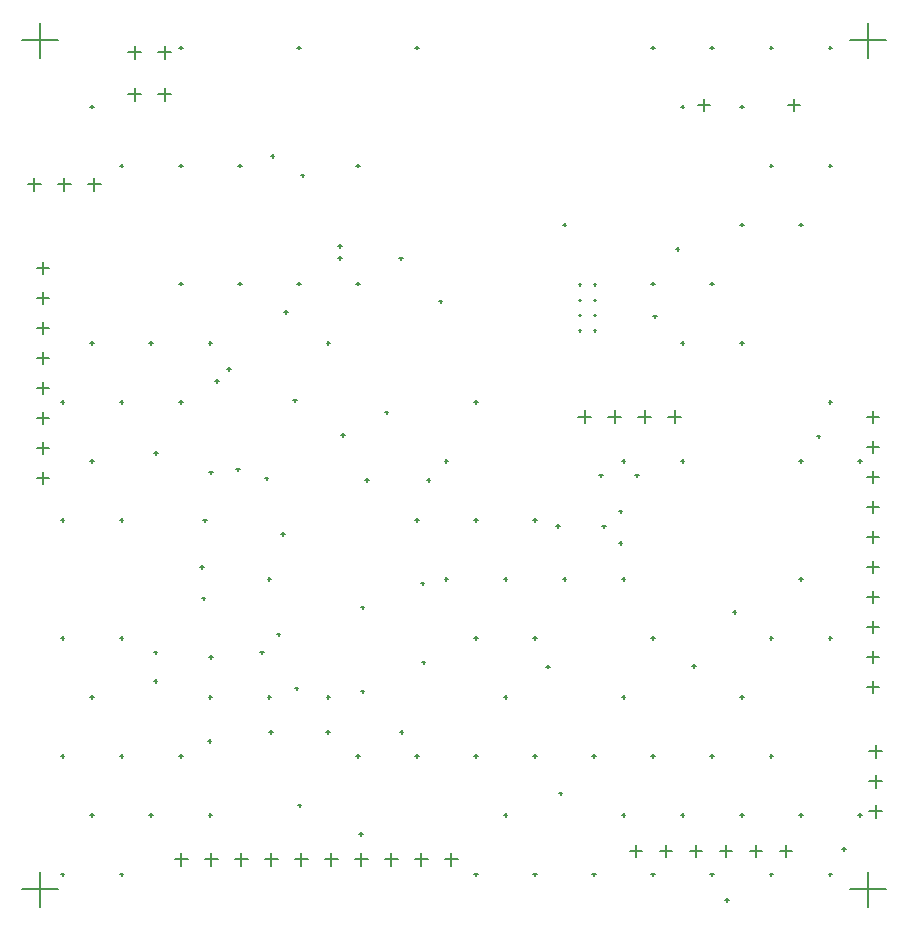
<source format=gbr>
G04*
G04 #@! TF.GenerationSoftware,Altium Limited,Altium Designer,24.1.2 (44)*
G04*
G04 Layer_Color=128*
%FSLAX25Y25*%
%MOIN*%
G70*
G04*
G04 #@! TF.SameCoordinates,ACFB50F2-017F-4F91-B709-34B895734A88*
G04*
G04*
G04 #@! TF.FilePolarity,Positive*
G04*
G01*
G75*
%ADD14C,0.00500*%
D14*
X3595Y84000D02*
X15405D01*
X9500Y78095D02*
Y89905D01*
X279595Y84000D02*
X291405D01*
X285500Y78095D02*
Y89905D01*
X54335Y94000D02*
X58665D01*
X56500Y91835D02*
Y96165D01*
X64335Y94000D02*
X68665D01*
X66500Y91835D02*
Y96165D01*
X74335Y94000D02*
X78665D01*
X76500Y91835D02*
Y96165D01*
X84335Y94000D02*
X88665D01*
X86500Y91835D02*
Y96165D01*
X94335Y94000D02*
X98665D01*
X96500Y91835D02*
Y96165D01*
X104335Y94000D02*
X108665D01*
X106500Y91835D02*
Y96165D01*
X114335Y94000D02*
X118665D01*
X116500Y91835D02*
Y96165D01*
X124335Y94000D02*
X128665D01*
X126500Y91835D02*
Y96165D01*
X134335Y94000D02*
X138665D01*
X136500Y91835D02*
Y96165D01*
X144335Y94000D02*
X148665D01*
X146500Y91835D02*
Y96165D01*
X255992Y96874D02*
X260008D01*
X258000Y94866D02*
Y98882D01*
X245992Y96874D02*
X250008D01*
X248000Y94866D02*
Y98882D01*
X235992Y96874D02*
X240008D01*
X238000Y94866D02*
Y98882D01*
X225992Y96874D02*
X230008D01*
X228000Y94866D02*
Y98882D01*
X215992Y96874D02*
X220008D01*
X218000Y94866D02*
Y98882D01*
X205992Y96874D02*
X210008D01*
X208000Y94866D02*
Y98882D01*
X279595Y367000D02*
X291405D01*
X285500Y361095D02*
Y372905D01*
X38835Y349000D02*
X43165D01*
X41000Y346835D02*
Y351165D01*
X48835Y349000D02*
X53165D01*
X51000Y346835D02*
Y351165D01*
X228874Y345383D02*
X232811D01*
X230842Y343414D02*
Y347351D01*
X258874Y345383D02*
X262811D01*
X260842Y343414D02*
Y347351D01*
X3595Y367000D02*
X15405D01*
X9500Y361095D02*
Y372905D01*
X218835Y241500D02*
X223165D01*
X221000Y239335D02*
Y243665D01*
X208835Y241500D02*
X213165D01*
X211000Y239335D02*
Y243665D01*
X188835Y241500D02*
X193165D01*
X191000Y239335D02*
Y243665D01*
X198835Y241500D02*
X203165D01*
X201000Y239335D02*
Y243665D01*
X284992Y211500D02*
X289008D01*
X287000Y209492D02*
Y213508D01*
X284992Y171500D02*
X289008D01*
X287000Y169492D02*
Y173508D01*
X284992Y151500D02*
X289008D01*
X287000Y149492D02*
Y153508D01*
X284992Y161500D02*
X289008D01*
X287000Y159492D02*
Y163508D01*
X284992Y181500D02*
X289008D01*
X287000Y179492D02*
Y183508D01*
X284992Y191500D02*
X289008D01*
X287000Y189492D02*
Y193508D01*
X284992Y201500D02*
X289008D01*
X287000Y199492D02*
Y203508D01*
X284992Y221500D02*
X289008D01*
X287000Y219492D02*
Y223508D01*
X284992Y231500D02*
X289008D01*
X287000Y229492D02*
Y233508D01*
X284992Y241500D02*
X289008D01*
X287000Y239492D02*
Y243508D01*
X8492Y221000D02*
X12508D01*
X10500Y218992D02*
Y223008D01*
X8492Y231000D02*
X12508D01*
X10500Y228992D02*
Y233008D01*
X8492Y271000D02*
X12508D01*
X10500Y268992D02*
Y273008D01*
X8492Y291000D02*
X12508D01*
X10500Y288992D02*
Y293008D01*
X8492Y281000D02*
X12508D01*
X10500Y278992D02*
Y283008D01*
X8492Y261000D02*
X12508D01*
X10500Y258992D02*
Y263008D01*
X8492Y251000D02*
X12508D01*
X10500Y248992D02*
Y253008D01*
X8492Y241000D02*
X12508D01*
X10500Y238992D02*
Y243008D01*
X285835Y110000D02*
X290165D01*
X288000Y107835D02*
Y112165D01*
X285835Y120000D02*
X290165D01*
X288000Y117835D02*
Y122165D01*
X285835Y130000D02*
X290165D01*
X288000Y127835D02*
Y132165D01*
X25335Y319000D02*
X29665D01*
X27500Y316835D02*
Y321165D01*
X15335Y319000D02*
X19665D01*
X17500Y316835D02*
Y321165D01*
X5335Y319000D02*
X9665D01*
X7500Y316835D02*
Y321165D01*
X38835Y363000D02*
X43165D01*
X41000Y360835D02*
Y365165D01*
X48835Y363000D02*
X53165D01*
X51000Y360835D02*
Y365165D01*
X237910Y80500D02*
X239090D01*
X238500Y79909D02*
Y81090D01*
X115909Y102500D02*
X117091D01*
X116500Y101909D02*
Y103091D01*
X272331Y364626D02*
X273512D01*
X272921Y364035D02*
Y365217D01*
X272331Y325256D02*
X273512D01*
X272921Y324665D02*
Y325847D01*
X272331Y246516D02*
X273512D01*
X272921Y245925D02*
Y247106D01*
X282173Y226831D02*
X283354D01*
X282764Y226240D02*
Y227421D01*
X272331Y167776D02*
X273512D01*
X272921Y167185D02*
Y168366D01*
X282173Y108721D02*
X283354D01*
X282764Y108130D02*
Y109311D01*
X272331Y89035D02*
X273512D01*
X272921Y88445D02*
Y89626D01*
X252646Y364626D02*
X253827D01*
X253236Y364035D02*
Y365217D01*
X252646Y325256D02*
X253827D01*
X253236Y324665D02*
Y325847D01*
X262488Y305571D02*
X263669D01*
X263079Y304980D02*
Y306161D01*
X262488Y226831D02*
X263669D01*
X263079Y226240D02*
Y227421D01*
X262488Y187461D02*
X263669D01*
X263079Y186870D02*
Y188051D01*
X252646Y167776D02*
X253827D01*
X253236Y167185D02*
Y168366D01*
X252646Y128405D02*
X253827D01*
X253236Y127815D02*
Y128996D01*
X262488Y108721D02*
X263669D01*
X263079Y108130D02*
Y109311D01*
X252646Y89035D02*
X253827D01*
X253236Y88445D02*
Y89626D01*
X232961Y364626D02*
X234142D01*
X233551Y364035D02*
Y365217D01*
X242803Y344941D02*
X243984D01*
X243394Y344350D02*
Y345532D01*
X242803Y305571D02*
X243984D01*
X243394Y304980D02*
Y306161D01*
X232961Y285886D02*
X234142D01*
X233551Y285295D02*
Y286476D01*
X242803Y266201D02*
X243984D01*
X243394Y265610D02*
Y266791D01*
X242803Y148091D02*
X243984D01*
X243394Y147500D02*
Y148681D01*
X232961Y128405D02*
X234142D01*
X233551Y127815D02*
Y128996D01*
X242803Y108721D02*
X243984D01*
X243394Y108130D02*
Y109311D01*
X232961Y89035D02*
X234142D01*
X233551Y88445D02*
Y89626D01*
X213276Y364626D02*
X214457D01*
X213866Y364035D02*
Y365217D01*
X223118Y344941D02*
X224299D01*
X223709Y344350D02*
Y345532D01*
X213276Y285886D02*
X214457D01*
X213866Y285295D02*
Y286476D01*
X223118Y266201D02*
X224299D01*
X223709Y265610D02*
Y266791D01*
X223118Y226831D02*
X224299D01*
X223709Y226240D02*
Y227421D01*
X213276Y167776D02*
X214457D01*
X213866Y167185D02*
Y168366D01*
X213276Y128405D02*
X214457D01*
X213866Y127815D02*
Y128996D01*
X223118Y108721D02*
X224299D01*
X223709Y108130D02*
Y109311D01*
X213276Y89035D02*
X214457D01*
X213866Y88445D02*
Y89626D01*
X203433Y226831D02*
X204614D01*
X204024Y226240D02*
Y227421D01*
X203433Y187461D02*
X204614D01*
X204024Y186870D02*
Y188051D01*
X203433Y148091D02*
X204614D01*
X204024Y147500D02*
Y148681D01*
X193591Y128405D02*
X194772D01*
X194181Y127815D02*
Y128996D01*
X203433Y108721D02*
X204614D01*
X204024Y108130D02*
Y109311D01*
X193591Y89035D02*
X194772D01*
X194181Y88445D02*
Y89626D01*
X183748Y305571D02*
X184929D01*
X184339Y304980D02*
Y306161D01*
X173906Y207146D02*
X175087D01*
X174496Y206555D02*
Y207736D01*
X183748Y187461D02*
X184929D01*
X184339Y186870D02*
Y188051D01*
X173906Y167776D02*
X175087D01*
X174496Y167185D02*
Y168366D01*
X173906Y128405D02*
X175087D01*
X174496Y127815D02*
Y128996D01*
X173906Y89035D02*
X175087D01*
X174496Y88445D02*
Y89626D01*
X154220Y246516D02*
X155402D01*
X154811Y245925D02*
Y247106D01*
X154220Y207146D02*
X155402D01*
X154811Y206555D02*
Y207736D01*
X164063Y187461D02*
X165244D01*
X164654Y186870D02*
Y188051D01*
X154220Y167776D02*
X155402D01*
X154811Y167185D02*
Y168366D01*
X164063Y148091D02*
X165244D01*
X164654Y147500D02*
Y148681D01*
X154220Y128405D02*
X155402D01*
X154811Y127815D02*
Y128996D01*
X164063Y108721D02*
X165244D01*
X164654Y108130D02*
Y109311D01*
X154220Y89035D02*
X155402D01*
X154811Y88445D02*
Y89626D01*
X134535Y364626D02*
X135717D01*
X135126Y364035D02*
Y365217D01*
X144378Y226831D02*
X145559D01*
X144968Y226240D02*
Y227421D01*
X134535Y207146D02*
X135717D01*
X135126Y206555D02*
Y207736D01*
X144378Y187461D02*
X145559D01*
X144968Y186870D02*
Y188051D01*
X134535Y128405D02*
X135717D01*
X135126Y127815D02*
Y128996D01*
X114850Y325256D02*
X116032D01*
X115441Y324665D02*
Y325847D01*
X114850Y285886D02*
X116032D01*
X115441Y285295D02*
Y286476D01*
X114850Y128405D02*
X116032D01*
X115441Y127815D02*
Y128996D01*
X95165Y364626D02*
X96346D01*
X95756Y364035D02*
Y365217D01*
X95165Y285886D02*
X96346D01*
X95756Y285295D02*
Y286476D01*
X105008Y266201D02*
X106189D01*
X105598Y265610D02*
Y266791D01*
X105008Y148091D02*
X106189D01*
X105598Y147500D02*
Y148681D01*
X75480Y325256D02*
X76661D01*
X76071Y324665D02*
Y325847D01*
X75480Y285886D02*
X76661D01*
X76071Y285295D02*
Y286476D01*
X85323Y187461D02*
X86504D01*
X85913Y186870D02*
Y188051D01*
X85323Y148091D02*
X86504D01*
X85913Y147500D02*
Y148681D01*
X55795Y364626D02*
X56976D01*
X56386Y364035D02*
Y365217D01*
X55795Y325256D02*
X56976D01*
X56386Y324665D02*
Y325847D01*
X55795Y285886D02*
X56976D01*
X56386Y285295D02*
Y286476D01*
X65638Y266201D02*
X66819D01*
X66228Y265610D02*
Y266791D01*
X55795Y246516D02*
X56976D01*
X56386Y245925D02*
Y247106D01*
X65638Y148091D02*
X66819D01*
X66228Y147500D02*
Y148681D01*
X55795Y128405D02*
X56976D01*
X56386Y127815D02*
Y128996D01*
X65638Y108721D02*
X66819D01*
X66228Y108130D02*
Y109311D01*
X36110Y325256D02*
X37291D01*
X36701Y324665D02*
Y325847D01*
X45953Y266201D02*
X47134D01*
X46543Y265610D02*
Y266791D01*
X36110Y246516D02*
X37291D01*
X36701Y245925D02*
Y247106D01*
X36110Y207146D02*
X37291D01*
X36701Y206555D02*
Y207736D01*
X36110Y167776D02*
X37291D01*
X36701Y167185D02*
Y168366D01*
X36110Y128405D02*
X37291D01*
X36701Y127815D02*
Y128996D01*
X45953Y108721D02*
X47134D01*
X46543Y108130D02*
Y109311D01*
X36110Y89035D02*
X37291D01*
X36701Y88445D02*
Y89626D01*
X26268Y344941D02*
X27449D01*
X26858Y344350D02*
Y345532D01*
X26268Y266201D02*
X27449D01*
X26858Y265610D02*
Y266791D01*
X16425Y246516D02*
X17606D01*
X17016Y245925D02*
Y247106D01*
X26268Y226831D02*
X27449D01*
X26858Y226240D02*
Y227421D01*
X16425Y207146D02*
X17606D01*
X17016Y206555D02*
Y207736D01*
X16425Y167776D02*
X17606D01*
X17016Y167185D02*
Y168366D01*
X26268Y148091D02*
X27449D01*
X26858Y147500D02*
Y148681D01*
X16425Y128405D02*
X17606D01*
X17016Y127815D02*
Y128996D01*
X26268Y108721D02*
X27449D01*
X26858Y108130D02*
Y109311D01*
X16425Y89035D02*
X17606D01*
X17016Y88445D02*
Y89626D01*
X95410Y112000D02*
X96591D01*
X96000Y111409D02*
Y112591D01*
X116409Y150000D02*
X117591D01*
X117000Y149409D02*
Y150591D01*
X129409Y136500D02*
X130591D01*
X130000Y135909D02*
Y137091D01*
X178185Y158276D02*
X179366D01*
X178776Y157685D02*
Y158866D01*
X226909Y158500D02*
X228091D01*
X227500Y157909D02*
Y159091D01*
X276909Y97500D02*
X278091D01*
X277500Y96909D02*
Y98090D01*
X85909Y136500D02*
X87090D01*
X86500Y135909D02*
Y137091D01*
X104909Y136500D02*
X106091D01*
X105500Y135909D02*
Y137091D01*
X63410Y181000D02*
X64591D01*
X64000Y180409D02*
Y181591D01*
X63910Y207000D02*
X65091D01*
X64500Y206410D02*
Y207591D01*
X62910Y191500D02*
X64091D01*
X63500Y190909D02*
Y192091D01*
X88410Y169000D02*
X89591D01*
X89000Y168409D02*
Y169591D01*
X82910Y163000D02*
X84091D01*
X83500Y162409D02*
Y163591D01*
X65909Y161500D02*
X67090D01*
X66500Y160909D02*
Y162091D01*
X74910Y224000D02*
X76091D01*
X75500Y223410D02*
Y224590D01*
X65909Y223000D02*
X67090D01*
X66500Y222410D02*
Y223590D01*
X84409Y221000D02*
X85590D01*
X85000Y220409D02*
Y221590D01*
X93910Y247000D02*
X95091D01*
X94500Y246410D02*
Y247590D01*
X136409Y186000D02*
X137591D01*
X137000Y185409D02*
Y186591D01*
X89909Y202500D02*
X91091D01*
X90500Y201909D02*
Y203091D01*
X96409Y322000D02*
X97591D01*
X97000Y321410D02*
Y322590D01*
X109909Y235500D02*
X111091D01*
X110500Y234910D02*
Y236090D01*
X71909Y257500D02*
X73090D01*
X72500Y256909D02*
Y258090D01*
X124409Y243000D02*
X125591D01*
X125000Y242409D02*
Y243590D01*
X129250Y294340D02*
X130431D01*
X129840Y293750D02*
Y294931D01*
X142409Y280000D02*
X143591D01*
X143000Y279410D02*
Y280591D01*
X213910Y275000D02*
X215090D01*
X214500Y274410D02*
Y275590D01*
X221410Y297500D02*
X222590D01*
X222000Y296909D02*
Y298091D01*
X47563Y229500D02*
X48744D01*
X48153Y228909D02*
Y230090D01*
X182409Y116000D02*
X183591D01*
X183000Y115409D02*
Y116591D01*
X67909Y253500D02*
X69090D01*
X68500Y252909D02*
Y254090D01*
X47409Y153500D02*
X48591D01*
X48000Y152909D02*
Y154091D01*
X240409Y176500D02*
X241590D01*
X241000Y175909D02*
Y177091D01*
X65409Y133500D02*
X66590D01*
X66000Y132909D02*
Y134091D01*
X47409Y163000D02*
X48591D01*
X48000Y162409D02*
Y163591D01*
X108909Y294500D02*
X110091D01*
X109500Y293910D02*
Y295091D01*
X90909Y276500D02*
X92090D01*
X91500Y275909D02*
Y277091D01*
X86409Y328500D02*
X87590D01*
X87000Y327909D02*
Y329090D01*
X108909Y298500D02*
X110091D01*
X109500Y297909D02*
Y299091D01*
X136756Y159653D02*
X137937D01*
X137346Y159063D02*
Y160244D01*
X117909Y220500D02*
X119091D01*
X118500Y219910D02*
Y221091D01*
X138409Y220500D02*
X139591D01*
X139000Y219910D02*
Y221091D01*
X196909Y205000D02*
X198091D01*
X197500Y204409D02*
Y205591D01*
X202409Y210000D02*
X203591D01*
X203000Y209409D02*
Y210591D01*
X181563Y205153D02*
X182744D01*
X182153Y204563D02*
Y205744D01*
X202409Y199500D02*
X203591D01*
X203000Y198909D02*
Y200091D01*
X195909Y222000D02*
X197091D01*
X196500Y221410D02*
Y222590D01*
X207909Y222000D02*
X209090D01*
X208500Y221410D02*
Y222590D01*
X268409Y235000D02*
X269590D01*
X269000Y234409D02*
Y235591D01*
X116409Y178000D02*
X117591D01*
X117000Y177409D02*
Y178591D01*
X94410Y151000D02*
X95591D01*
X95000Y150409D02*
Y151591D01*
X194165Y270323D02*
X194953D01*
X194559Y269929D02*
Y270717D01*
X189047Y270323D02*
X189835D01*
X189441Y269929D02*
Y270717D01*
X194165Y275441D02*
X194953D01*
X194559Y275047D02*
Y275835D01*
X189047Y275441D02*
X189835D01*
X189441Y275047D02*
Y275835D01*
X194165Y280559D02*
X194953D01*
X194559Y280165D02*
Y280953D01*
X189047Y280559D02*
X189835D01*
X189441Y280165D02*
Y280953D01*
X194165Y285677D02*
X194953D01*
X194559Y285283D02*
Y286071D01*
X189047Y285677D02*
X189835D01*
X189441Y285283D02*
Y286071D01*
M02*

</source>
